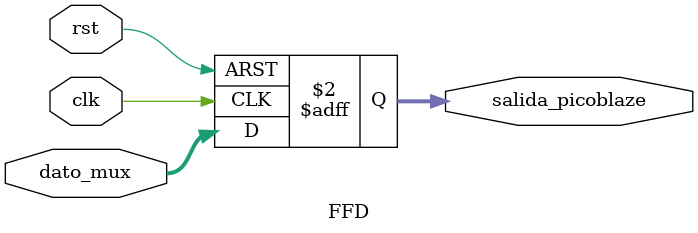
<source format=v>
`timescale 1ns / 1ps
module FFD(
input wire rst,
input wire clk,
input wire [7:0] dato_mux,
output reg [7:0] salida_picoblaze
    );
   always @(posedge clk or posedge rst)
      if (rst) begin
         salida_picoblaze <= 8'h00;
      end else begin
         salida_picoblaze <= dato_mux;
      end

endmodule

</source>
